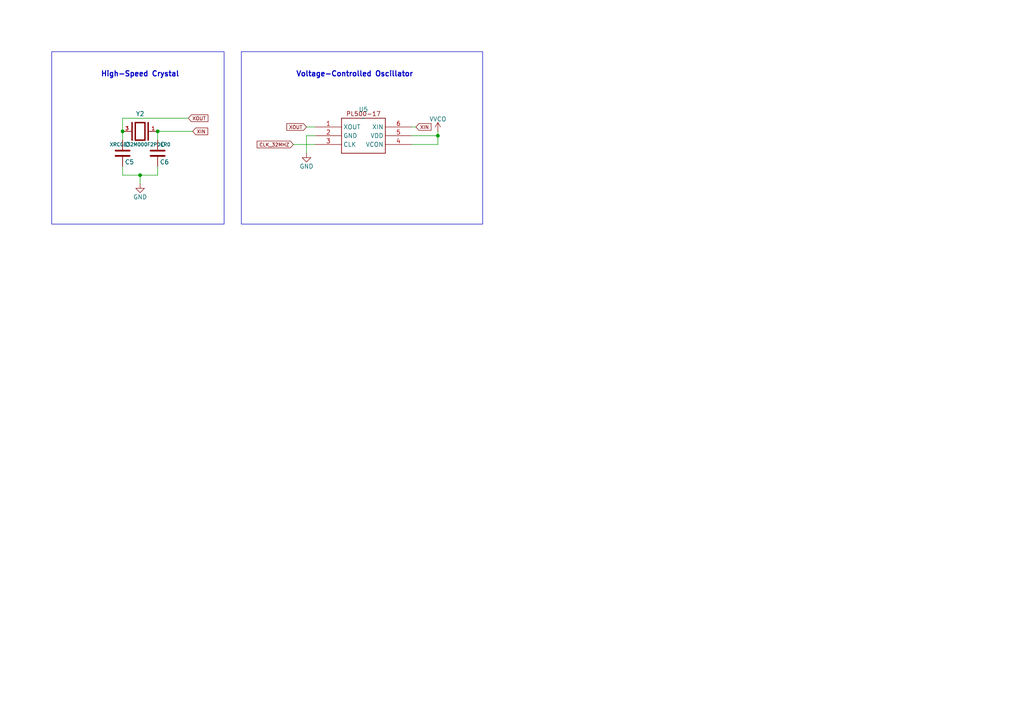
<source format=kicad_sch>
(kicad_sch (version 20231120) (generator "eeschema") (generator_version "8.0")
  (paper "A4")
  (title_block (title "Test1") (date "2024-04-30") (rev "v1") (company "InFlynn Technologies"))
  (lib_symbols
    (symbol "Device:C" (pin_numbers hide) (pin_names (offset 0.254))
      (property "Reference" "C" (at 0.635 2.54 0))
      (property "Value" "C" (at 0.635 -2.54 0))
      (symbol "C_0_1"
        (polyline (pts (xy -2.032 -0.762) (xy 2.032 -0.762)) (stroke (width 0.508)))
        (polyline (pts (xy -2.032 0.762) (xy 2.032 0.762)) (stroke (width 0.508)))
      )
      (symbol "C_1_1"
        (pin passive line (at 0 3.81 270) (length 2.794) (name "~") (number "1"))
        (pin passive line (at 0 -3.81 90) (length 2.794) (name "~") (number "2"))
      )
    )
    (symbol "VCO_36MHz:PL500-17_SOT"
      (property "Reference" "U" (at 0 2.54 0))
      (symbol "PL500-17_SOT_0_1"
        (polyline (pts (xy -6.35 -10.16) (xy -6.35 0)) (stroke (width 0.2032)))
        (polyline (pts (xy -6.35 -10.16) (xy 6.35 -10.16)) (stroke (width 0.2032)))
        (polyline (pts (xy 6.35 -10.16) (xy 6.35 0)) (stroke (width 0.2032)))
        (polyline (pts (xy 6.35 0) (xy -6.35 0)) (stroke (width 0.2032)))
      )
      (symbol "PL500-17_SOT_1_1"
        (text "PL500-17" (at 0 1.27 0) (effects (font (size 1.27 1.27))))
        (pin output line (at -13.97 -2.54 0) (length 7.62) (name "XOUT") (number "1"))
        (pin power_out line (at -13.97 -5.08 0) (length 7.62) (name "GND") (number "2"))
        (pin output line (at -13.97 -7.62 0) (length 7.62) (name "CLK") (number "3"))
        (pin input line (at 13.97 -7.62 180) (length 7.62) (name "VCON") (number "4"))
        (pin power_in line (at 13.97 -5.08 180) (length 7.62) (name "VDD") (number "5"))
        (pin input line (at 13.97 -2.54 180) (length 7.62) (name "XIN") (number "6"))
      )
    )
    (symbol "XRCGB32M000F2P01R0:XRCGB32M000F2P01R0" (pin_names (offset 1.016))
      (property "Reference" "Y" (at -5.0878 3.8159 0))
      (property "Value" "XRCGB32M000F2P01R0" (at -5.0944 -5.0944 0))
      (symbol "XRCGB32M000F2P01R0_0_0"
        (polyline (pts (xy -2.3368 2.54) (xy -2.3368 -2.54)) (stroke (width 0.4064)))
        (polyline (pts (xy -1.397 2.54) (xy -1.397 -2.54)) (stroke (width 0.4064)))
        (polyline (pts (xy -1.397 2.54) (xy 1.397 2.54)) (stroke (width 0.4064)))
        (polyline (pts (xy 1.397 -2.54) (xy -1.397 -2.54)) (stroke (width 0.4064)))
        (polyline (pts (xy 1.397 2.54) (xy 1.397 -2.54)) (stroke (width 0.4064)))
        (polyline (pts (xy 2.3368 2.54) (xy 2.3368 -2.54)) (stroke (width 0.4064)))
        (pin passive line (at -5.08 0 0) (length 2.54) (name "~") (number "1"))
        (pin passive line (at 5.08 0 180) (length 2.54) (name "~") (number "3"))
      )
    )
    (symbol "power:GND" (power) (pin_numbers hide) (pin_names (offset 0) hide)
      (property "Value" "GND" (at 0 -3.81 0))
      (symbol "GND_0_1"
        (polyline (pts (xy 0 0) (xy 0 -1.27) (xy 1.27 -1.27) (xy 0 -2.54) (xy -1.27 -1.27) (xy 0 -1.27)))
      )
      (symbol "GND_1_1"
        (pin power_in line (at 0 0 270) (length 0) (name "~") (number "1"))
      )
    )
    (symbol "power:VDD" (power) (pin_numbers hide) (pin_names (offset 0) hide)
      (property "Value" "VDD" (at 0 3.556 0))
      (symbol "VDD_0_1"
        (polyline (pts (xy -0.762 1.27) (xy 0 2.54)))
        (polyline (pts (xy 0 0) (xy 0 2.54)))
        (polyline (pts (xy 0 2.54) (xy 0.762 1.27)))
      )
      (symbol "VDD_1_1"
        (pin power_in line (at 0 0 90) (length 0) (name "~") (number "1"))
      )
    )
  )
  (junction (at 40.64 50.8))
  (junction (at 127 39.37))
  (junction (at 35.56 38.1))
  (junction (at 45.72 38.1))
  (wire (pts (xy 35.56 34.29) (xy 35.56 38.1)))
  (wire (pts (xy 119.38 41.91) (xy 127 41.91)))
  (wire (pts (xy 40.64 50.8) (xy 45.72 50.8)))
  (wire (pts (xy 91.44 36.83) (xy 88.9 36.83)))
  (wire (pts (xy 45.72 50.8) (xy 45.72 48.26)))
  (wire (pts (xy 91.44 39.37) (xy 88.9 39.37)))
  (wire (pts (xy 119.38 36.83) (xy 120.65 36.83)))
  (wire (pts (xy 119.38 39.37) (xy 127 39.37)))
  (wire (pts (xy 45.72 38.1) (xy 45.72 40.64)))
  (wire (pts (xy 35.56 34.29) (xy 54.61 34.29)))
  (wire (pts (xy 35.56 38.1) (xy 35.56 40.64)))
  (wire (pts (xy 35.56 50.8) (xy 35.56 48.26)))
  (wire (pts (xy 45.72 38.1) (xy 55.88 38.1)))
  (wire (pts (xy 85.09 41.91) (xy 91.44 41.91)))
  (wire (pts (xy 40.64 50.8) (xy 40.64 53.34)))
  (wire (pts (xy 35.56 50.8) (xy 40.64 50.8)))
  (wire (pts (xy 88.9 39.37) (xy 88.9 44.45)))
  (wire (pts (xy 127 39.37) (xy 127 38.1)))
  (wire (pts (xy 127 41.91) (xy 127 39.37)))
  (rectangle (start 70 15) (end 140 65))
  (rectangle (start 15 15) (end 65 65))
  (text "Voltage-Controlled Oscillator" (at 102.87 21.59 0) (effects (font (size 1.5 1.5) (thickness 0.3) (bold yes))))
  (text "High-Speed Crystal" (at 40.64 21.59 0) (effects (font (size 1.5 1.5) (thickness 0.3) (bold yes))))
  (global_label "XOUT" (shape input) (at 88.9 36.83 180) (effects (font (size 1 1))) (property "Intersheetrefs" "${INTERSHEET_REFS}" (effects (hide yes))))
  (global_label "XIN" (shape input) (at 120.65 36.83 0) (effects (font (size 1 1))) (property "Intersheetrefs" "${INTERSHEET_REFS}" (effects (hide yes))))
  (global_label "XOUT" (shape input) (at 54.61 34.29 0) (effects (font (size 1 1))) (property "Intersheetrefs" "${INTERSHEET_REFS}" (effects (hide yes))))
  (global_label "XIN" (shape input) (at 55.88 38.1 0) (effects (font (size 1 1))) (property "Intersheetrefs" "${INTERSHEET_REFS}" (effects (hide yes))))
  (global_label "CLK_32MHZ" (shape input) (at 85.09 41.91 180) (effects (font (size 1 1))) (property "Intersheetrefs" "${INTERSHEET_REFS}" (effects (hide yes))))
  (symbol (lib_id "power:GND") (at 88.9 44.45 0) (mirror y) (unit 1)
    (property "Reference" "#PWR025" (effects (hide yes)))
    (property "Value" "GND" (at 88.9 48.26 0))
    (property "Description" "Power symbol creates a global label with name \"GND\" , ground" (effects (hide yes)))
  )
  (symbol (lib_id "XRCGB32M000F2P01R0:XRCGB32M000F2P01R0") (at 40.64 38.1 0) (mirror y) (unit 1)
    (property "Reference" "Y2" (at 40.64 33.02 0))
    (property "Value" "XRCGB32M000F2P01R0" (at 40.64 41.91 0) (effects (font (size 1 1))))
    (property "Footprint" "XRCGB32M000F2P01R0:OSC_XRCGB32M000F2P01R0" (effects (hide yes)))
    (property "PARTREV" "N/A" (effects (hide yes)))
    (property "MANUFACTURER" "Murata Electronics" (effects (hide yes)))
    (property "MAXIMUM_PACKAGE_HEIGHT" "0.7 mm" (effects (hide yes)))
    (property "STANDARD" "Manufacturer Recommendations" (effects (hide yes)))
  )
  (symbol (lib_id "power:GND") (at 40.64 53.34 0) (mirror y) (unit 1)
    (property "Reference" "#PWR012" (effects (hide yes)))
    (property "Value" "GND" (at 40.64 57.15 0))
    (property "Description" "Power symbol creates a global label with name \"GND\" , ground" (effects (hide yes)))
  )
  (symbol (lib_id "Device:C") (at 35.56 44.45 0) (mirror x) (unit 1)
    (property "Reference" "C5" (at 36.195 46.99 0) (effects (justify left)))
    (property "Value" "C" (at 36.195 41.91 0) (effects (justify left)))
    (property "Footprint" "Capacitor_SMD:C_0805_2012Metric" (effects (hide yes)))
    (property "Description" "Unpolarized capacitor" (effects (hide yes)))
  )
  (symbol (lib_id "Device:C") (at 45.72 44.45 0) (mirror x) (unit 1)
    (property "Reference" "C6" (at 46.355 46.99 0) (effects (justify left)))
    (property "Value" "C" (at 46.355 41.91 0) (effects (justify left)))
    (property "Footprint" "Capacitor_SMD:C_0805_2012Metric" (effects (hide yes)))
    (property "Description" "Unpolarized capacitor" (effects (hide yes)))
  )
  (symbol (lib_id "power:VDD") (at 127 38.1 0) (unit 1)
    (property "Reference" "#PWR026" (effects (hide yes)))
    (property "Value" "VVCO" (at 127 34.544 0))
    (property "Description" "Power symbol creates a global label with name \"VDD\"" (effects (hide yes)))
  )
  (symbol (lib_id "VCO_36MHz:PL500-17_SOT") (at 105.41 34.29 0) (unit 1)
    (property "Reference" "U5" (at 105.41 31.75 0))
    (property "Value" "~" (at 105.41 34.29 0))
  )
)
</source>
